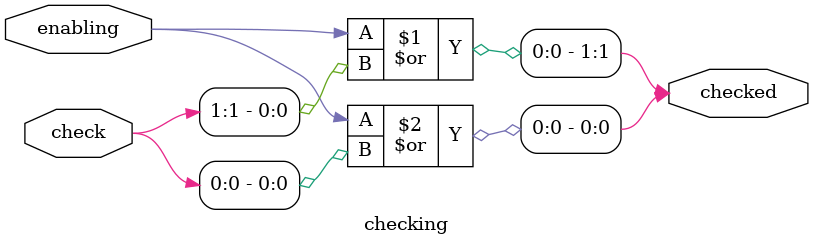
<source format=v>
module checking(checked, enabling, check);

//−−−−−−−−−−−−−Input Ports−−−−−−−−−−−−−−−−−−−−−−−−−−−−−

input [1:0] check; 	//input a 2 bit register from JNO
input enabling;

//−−−−−−−−−−−−−Output Ports−−−−−−−−−−−−−−−−−−−−−−−−−−−−

output [1:0] checked;

//−−−−−−−−−−−−−Input ports Data Type−−−−−−−−−−−−−−−−−−−
// By rule all the input ports should be wires
wire [1:0] check;
wire enabling;

//−−−−−−−−−−−−−Output Ports Data Type−−−−−−−−−−−−−−−−−−
// Output port can be a storage element (reg) or a wire
wire [1:0] checked;

//−−−−−−−−−−−−−Intermediate Wires----−−−−−−−−−−−−−−−−−−


//−−−−−−----−-−−−−−−Instructions---−−−−−−−−−−−−−−−--−−−

or o1(checked[1], enabling, check[1]);
or o2(checked[0], enabling, check[0]);


endmodule
</source>
